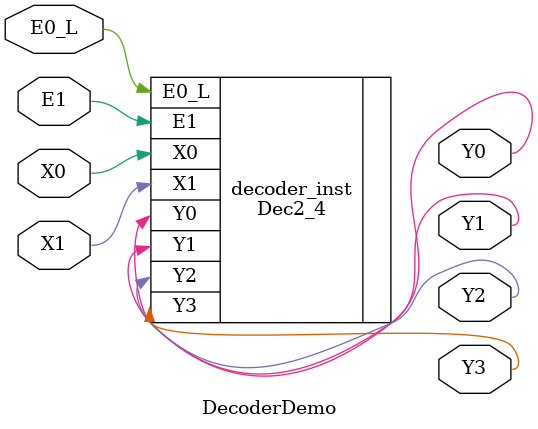
<source format=v>
module DecoderDemo (
    input wire E1,
    input wire E0_L,
    input wire X1,
    input wire X0,
    output wire Y3,
    output wire Y2,
    output wire Y1,
    output wire Y0
);

// Instantiate the Dec2_4 module
Dec2_4 decoder_inst (
    .E1(E1),
    .E0_L(E0_L),
    .X1(X1),
    .X0(X0),
    .Y3(Y3),
    .Y2(Y2),
    .Y1(Y1),
    .Y0(Y0)
);

endmodule

</source>
